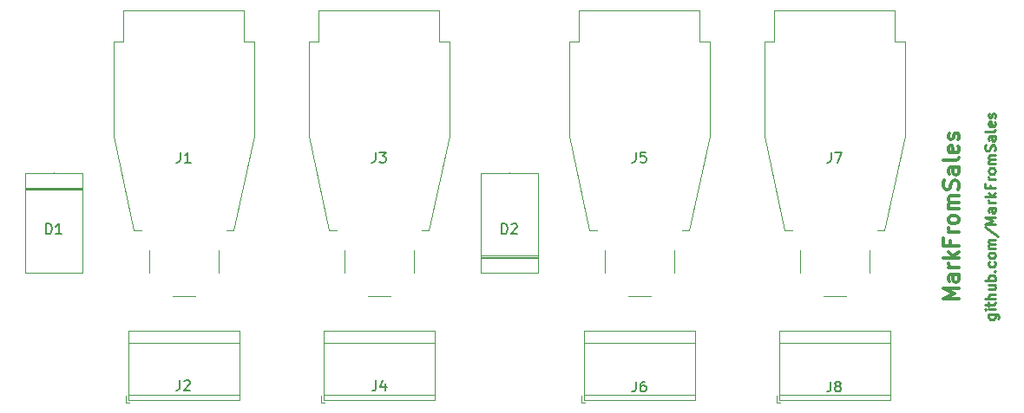
<source format=gbr>
G04 #@! TF.GenerationSoftware,KiCad,Pcbnew,(5.1.5)-3*
G04 #@! TF.CreationDate,2020-04-17T22:42:38-05:00*
G04 #@! TF.ProjectId,Breadboard-Power-Connectors,42726561-6462-46f6-9172-642d506f7765,rev?*
G04 #@! TF.SameCoordinates,Original*
G04 #@! TF.FileFunction,Legend,Top*
G04 #@! TF.FilePolarity,Positive*
%FSLAX46Y46*%
G04 Gerber Fmt 4.6, Leading zero omitted, Abs format (unit mm)*
G04 Created by KiCad (PCBNEW (5.1.5)-3) date 2020-04-17 22:42:38*
%MOMM*%
%LPD*%
G04 APERTURE LIST*
%ADD10C,0.250000*%
%ADD11C,0.300000*%
%ADD12C,0.120000*%
%ADD13C,0.150000*%
G04 APERTURE END LIST*
D10*
X192825714Y-87700238D02*
X193635238Y-87700238D01*
X193730476Y-87747857D01*
X193778095Y-87795476D01*
X193825714Y-87890714D01*
X193825714Y-88033571D01*
X193778095Y-88128809D01*
X193444761Y-87700238D02*
X193492380Y-87795476D01*
X193492380Y-87985952D01*
X193444761Y-88081190D01*
X193397142Y-88128809D01*
X193301904Y-88176428D01*
X193016190Y-88176428D01*
X192920952Y-88128809D01*
X192873333Y-88081190D01*
X192825714Y-87985952D01*
X192825714Y-87795476D01*
X192873333Y-87700238D01*
X193492380Y-87224047D02*
X192825714Y-87224047D01*
X192492380Y-87224047D02*
X192540000Y-87271666D01*
X192587619Y-87224047D01*
X192540000Y-87176428D01*
X192492380Y-87224047D01*
X192587619Y-87224047D01*
X192825714Y-86890714D02*
X192825714Y-86509761D01*
X192492380Y-86747857D02*
X193349523Y-86747857D01*
X193444761Y-86700238D01*
X193492380Y-86605000D01*
X193492380Y-86509761D01*
X193492380Y-86176428D02*
X192492380Y-86176428D01*
X193492380Y-85747857D02*
X192968571Y-85747857D01*
X192873333Y-85795476D01*
X192825714Y-85890714D01*
X192825714Y-86033571D01*
X192873333Y-86128809D01*
X192920952Y-86176428D01*
X192825714Y-84843095D02*
X193492380Y-84843095D01*
X192825714Y-85271666D02*
X193349523Y-85271666D01*
X193444761Y-85224047D01*
X193492380Y-85128809D01*
X193492380Y-84985952D01*
X193444761Y-84890714D01*
X193397142Y-84843095D01*
X193492380Y-84366904D02*
X192492380Y-84366904D01*
X192873333Y-84366904D02*
X192825714Y-84271666D01*
X192825714Y-84081190D01*
X192873333Y-83985952D01*
X192920952Y-83938333D01*
X193016190Y-83890714D01*
X193301904Y-83890714D01*
X193397142Y-83938333D01*
X193444761Y-83985952D01*
X193492380Y-84081190D01*
X193492380Y-84271666D01*
X193444761Y-84366904D01*
X193397142Y-83462142D02*
X193444761Y-83414523D01*
X193492380Y-83462142D01*
X193444761Y-83509761D01*
X193397142Y-83462142D01*
X193492380Y-83462142D01*
X193444761Y-82557380D02*
X193492380Y-82652619D01*
X193492380Y-82843095D01*
X193444761Y-82938333D01*
X193397142Y-82985952D01*
X193301904Y-83033571D01*
X193016190Y-83033571D01*
X192920952Y-82985952D01*
X192873333Y-82938333D01*
X192825714Y-82843095D01*
X192825714Y-82652619D01*
X192873333Y-82557380D01*
X193492380Y-81985952D02*
X193444761Y-82081190D01*
X193397142Y-82128809D01*
X193301904Y-82176428D01*
X193016190Y-82176428D01*
X192920952Y-82128809D01*
X192873333Y-82081190D01*
X192825714Y-81985952D01*
X192825714Y-81843095D01*
X192873333Y-81747857D01*
X192920952Y-81700238D01*
X193016190Y-81652619D01*
X193301904Y-81652619D01*
X193397142Y-81700238D01*
X193444761Y-81747857D01*
X193492380Y-81843095D01*
X193492380Y-81985952D01*
X193492380Y-81224047D02*
X192825714Y-81224047D01*
X192920952Y-81224047D02*
X192873333Y-81176428D01*
X192825714Y-81081190D01*
X192825714Y-80938333D01*
X192873333Y-80843095D01*
X192968571Y-80795476D01*
X193492380Y-80795476D01*
X192968571Y-80795476D02*
X192873333Y-80747857D01*
X192825714Y-80652619D01*
X192825714Y-80509761D01*
X192873333Y-80414523D01*
X192968571Y-80366904D01*
X193492380Y-80366904D01*
X192444761Y-79176428D02*
X193730476Y-80033571D01*
X193492380Y-78843095D02*
X192492380Y-78843095D01*
X193206666Y-78509761D01*
X192492380Y-78176428D01*
X193492380Y-78176428D01*
X193492380Y-77271666D02*
X192968571Y-77271666D01*
X192873333Y-77319285D01*
X192825714Y-77414523D01*
X192825714Y-77605000D01*
X192873333Y-77700238D01*
X193444761Y-77271666D02*
X193492380Y-77366904D01*
X193492380Y-77605000D01*
X193444761Y-77700238D01*
X193349523Y-77747857D01*
X193254285Y-77747857D01*
X193159047Y-77700238D01*
X193111428Y-77605000D01*
X193111428Y-77366904D01*
X193063809Y-77271666D01*
X193492380Y-76795476D02*
X192825714Y-76795476D01*
X193016190Y-76795476D02*
X192920952Y-76747857D01*
X192873333Y-76700238D01*
X192825714Y-76605000D01*
X192825714Y-76509761D01*
X193492380Y-76176428D02*
X192492380Y-76176428D01*
X193111428Y-76081190D02*
X193492380Y-75795476D01*
X192825714Y-75795476D02*
X193206666Y-76176428D01*
X192968571Y-75033571D02*
X192968571Y-75366904D01*
X193492380Y-75366904D02*
X192492380Y-75366904D01*
X192492380Y-74890714D01*
X193492380Y-74509761D02*
X192825714Y-74509761D01*
X193016190Y-74509761D02*
X192920952Y-74462142D01*
X192873333Y-74414523D01*
X192825714Y-74319285D01*
X192825714Y-74224047D01*
X193492380Y-73747857D02*
X193444761Y-73843095D01*
X193397142Y-73890714D01*
X193301904Y-73938333D01*
X193016190Y-73938333D01*
X192920952Y-73890714D01*
X192873333Y-73843095D01*
X192825714Y-73747857D01*
X192825714Y-73605000D01*
X192873333Y-73509761D01*
X192920952Y-73462142D01*
X193016190Y-73414523D01*
X193301904Y-73414523D01*
X193397142Y-73462142D01*
X193444761Y-73509761D01*
X193492380Y-73605000D01*
X193492380Y-73747857D01*
X193492380Y-72985952D02*
X192825714Y-72985952D01*
X192920952Y-72985952D02*
X192873333Y-72938333D01*
X192825714Y-72843095D01*
X192825714Y-72700238D01*
X192873333Y-72605000D01*
X192968571Y-72557380D01*
X193492380Y-72557380D01*
X192968571Y-72557380D02*
X192873333Y-72509761D01*
X192825714Y-72414523D01*
X192825714Y-72271666D01*
X192873333Y-72176428D01*
X192968571Y-72128809D01*
X193492380Y-72128809D01*
X193444761Y-71700238D02*
X193492380Y-71557380D01*
X193492380Y-71319285D01*
X193444761Y-71224047D01*
X193397142Y-71176428D01*
X193301904Y-71128809D01*
X193206666Y-71128809D01*
X193111428Y-71176428D01*
X193063809Y-71224047D01*
X193016190Y-71319285D01*
X192968571Y-71509761D01*
X192920952Y-71605000D01*
X192873333Y-71652619D01*
X192778095Y-71700238D01*
X192682857Y-71700238D01*
X192587619Y-71652619D01*
X192540000Y-71605000D01*
X192492380Y-71509761D01*
X192492380Y-71271666D01*
X192540000Y-71128809D01*
X193492380Y-70271666D02*
X192968571Y-70271666D01*
X192873333Y-70319285D01*
X192825714Y-70414523D01*
X192825714Y-70605000D01*
X192873333Y-70700238D01*
X193444761Y-70271666D02*
X193492380Y-70366904D01*
X193492380Y-70605000D01*
X193444761Y-70700238D01*
X193349523Y-70747857D01*
X193254285Y-70747857D01*
X193159047Y-70700238D01*
X193111428Y-70605000D01*
X193111428Y-70366904D01*
X193063809Y-70271666D01*
X193492380Y-69652619D02*
X193444761Y-69747857D01*
X193349523Y-69795476D01*
X192492380Y-69795476D01*
X193444761Y-68890714D02*
X193492380Y-68985952D01*
X193492380Y-69176428D01*
X193444761Y-69271666D01*
X193349523Y-69319285D01*
X192968571Y-69319285D01*
X192873333Y-69271666D01*
X192825714Y-69176428D01*
X192825714Y-68985952D01*
X192873333Y-68890714D01*
X192968571Y-68843095D01*
X193063809Y-68843095D01*
X193159047Y-69319285D01*
X193444761Y-68462142D02*
X193492380Y-68366904D01*
X193492380Y-68176428D01*
X193444761Y-68081190D01*
X193349523Y-68033571D01*
X193301904Y-68033571D01*
X193206666Y-68081190D01*
X193159047Y-68176428D01*
X193159047Y-68319285D01*
X193111428Y-68414523D01*
X193016190Y-68462142D01*
X192968571Y-68462142D01*
X192873333Y-68414523D01*
X192825714Y-68319285D01*
X192825714Y-68176428D01*
X192873333Y-68081190D01*
D11*
X189908571Y-86176428D02*
X188408571Y-86176428D01*
X189480000Y-85676428D01*
X188408571Y-85176428D01*
X189908571Y-85176428D01*
X189908571Y-83819285D02*
X189122857Y-83819285D01*
X188980000Y-83890714D01*
X188908571Y-84033571D01*
X188908571Y-84319285D01*
X188980000Y-84462142D01*
X189837142Y-83819285D02*
X189908571Y-83962142D01*
X189908571Y-84319285D01*
X189837142Y-84462142D01*
X189694285Y-84533571D01*
X189551428Y-84533571D01*
X189408571Y-84462142D01*
X189337142Y-84319285D01*
X189337142Y-83962142D01*
X189265714Y-83819285D01*
X189908571Y-83105000D02*
X188908571Y-83105000D01*
X189194285Y-83105000D02*
X189051428Y-83033571D01*
X188980000Y-82962142D01*
X188908571Y-82819285D01*
X188908571Y-82676428D01*
X189908571Y-82176428D02*
X188408571Y-82176428D01*
X189337142Y-82033571D02*
X189908571Y-81605000D01*
X188908571Y-81605000D02*
X189480000Y-82176428D01*
X189122857Y-80462142D02*
X189122857Y-80962142D01*
X189908571Y-80962142D02*
X188408571Y-80962142D01*
X188408571Y-80247857D01*
X189908571Y-79676428D02*
X188908571Y-79676428D01*
X189194285Y-79676428D02*
X189051428Y-79605000D01*
X188980000Y-79533571D01*
X188908571Y-79390714D01*
X188908571Y-79247857D01*
X189908571Y-78533571D02*
X189837142Y-78676428D01*
X189765714Y-78747857D01*
X189622857Y-78819285D01*
X189194285Y-78819285D01*
X189051428Y-78747857D01*
X188980000Y-78676428D01*
X188908571Y-78533571D01*
X188908571Y-78319285D01*
X188980000Y-78176428D01*
X189051428Y-78105000D01*
X189194285Y-78033571D01*
X189622857Y-78033571D01*
X189765714Y-78105000D01*
X189837142Y-78176428D01*
X189908571Y-78319285D01*
X189908571Y-78533571D01*
X189908571Y-77390714D02*
X188908571Y-77390714D01*
X189051428Y-77390714D02*
X188980000Y-77319285D01*
X188908571Y-77176428D01*
X188908571Y-76962142D01*
X188980000Y-76819285D01*
X189122857Y-76747857D01*
X189908571Y-76747857D01*
X189122857Y-76747857D02*
X188980000Y-76676428D01*
X188908571Y-76533571D01*
X188908571Y-76319285D01*
X188980000Y-76176428D01*
X189122857Y-76105000D01*
X189908571Y-76105000D01*
X189837142Y-75462142D02*
X189908571Y-75247857D01*
X189908571Y-74890714D01*
X189837142Y-74747857D01*
X189765714Y-74676428D01*
X189622857Y-74605000D01*
X189480000Y-74605000D01*
X189337142Y-74676428D01*
X189265714Y-74747857D01*
X189194285Y-74890714D01*
X189122857Y-75176428D01*
X189051428Y-75319285D01*
X188980000Y-75390714D01*
X188837142Y-75462142D01*
X188694285Y-75462142D01*
X188551428Y-75390714D01*
X188480000Y-75319285D01*
X188408571Y-75176428D01*
X188408571Y-74819285D01*
X188480000Y-74605000D01*
X189908571Y-73319285D02*
X189122857Y-73319285D01*
X188980000Y-73390714D01*
X188908571Y-73533571D01*
X188908571Y-73819285D01*
X188980000Y-73962142D01*
X189837142Y-73319285D02*
X189908571Y-73462142D01*
X189908571Y-73819285D01*
X189837142Y-73962142D01*
X189694285Y-74033571D01*
X189551428Y-74033571D01*
X189408571Y-73962142D01*
X189337142Y-73819285D01*
X189337142Y-73462142D01*
X189265714Y-73319285D01*
X189908571Y-72390714D02*
X189837142Y-72533571D01*
X189694285Y-72605000D01*
X188408571Y-72605000D01*
X189837142Y-71247857D02*
X189908571Y-71390714D01*
X189908571Y-71676428D01*
X189837142Y-71819285D01*
X189694285Y-71890714D01*
X189122857Y-71890714D01*
X188980000Y-71819285D01*
X188908571Y-71676428D01*
X188908571Y-71390714D01*
X188980000Y-71247857D01*
X189122857Y-71176428D01*
X189265714Y-71176428D01*
X189408571Y-71890714D01*
X189837142Y-70605000D02*
X189908571Y-70462142D01*
X189908571Y-70176428D01*
X189837142Y-70033571D01*
X189694285Y-69962142D01*
X189622857Y-69962142D01*
X189480000Y-70033571D01*
X189408571Y-70176428D01*
X189408571Y-70390714D01*
X189337142Y-70533571D01*
X189194285Y-70605000D01*
X189122857Y-70605000D01*
X188980000Y-70533571D01*
X188908571Y-70390714D01*
X188908571Y-70176428D01*
X188980000Y-70033571D01*
D12*
X104385000Y-73860000D02*
X98815000Y-73860000D01*
X98815000Y-73860000D02*
X98815000Y-83620000D01*
X98815000Y-83620000D02*
X104385000Y-83620000D01*
X104385000Y-83620000D02*
X104385000Y-73860000D01*
X101600000Y-73830000D02*
X101600000Y-73860000D01*
X101600000Y-83650000D02*
X101600000Y-83620000D01*
X104385000Y-75408000D02*
X98815000Y-75408000D01*
X104385000Y-75528000D02*
X98815000Y-75528000D01*
X104385000Y-75288000D02*
X98815000Y-75288000D01*
X143265000Y-82192000D02*
X148835000Y-82192000D01*
X143265000Y-81952000D02*
X148835000Y-81952000D01*
X143265000Y-82072000D02*
X148835000Y-82072000D01*
X146050000Y-73830000D02*
X146050000Y-73860000D01*
X146050000Y-83650000D02*
X146050000Y-83620000D01*
X143265000Y-73860000D02*
X143265000Y-83620000D01*
X148835000Y-73860000D02*
X143265000Y-73860000D01*
X148835000Y-83620000D02*
X148835000Y-73860000D01*
X143265000Y-83620000D02*
X148835000Y-83620000D01*
X110920000Y-83663000D02*
X110920000Y-81427000D01*
X110137000Y-79449000D02*
X109430000Y-79449000D01*
X109430000Y-79449000D02*
X107430000Y-70220000D01*
X107430000Y-70220000D02*
X107430000Y-60990000D01*
X107430000Y-60990000D02*
X108430000Y-60990000D01*
X108430000Y-60990000D02*
X108430000Y-57990000D01*
X108430000Y-57990000D02*
X120170000Y-57990000D01*
X120170000Y-57990000D02*
X120170000Y-60990000D01*
X120170000Y-60990000D02*
X121170000Y-60990000D01*
X121170000Y-60990000D02*
X121170000Y-70220000D01*
X121170000Y-70220000D02*
X119170000Y-79449000D01*
X119170000Y-79449000D02*
X118463000Y-79449000D01*
X117680000Y-81427000D02*
X117680000Y-83662000D01*
X115415000Y-85930000D02*
X113184000Y-85930000D01*
X108870000Y-95560000D02*
X119731000Y-95560000D01*
X108870000Y-90460000D02*
X119731000Y-90460000D01*
X108870000Y-89340000D02*
X119731000Y-89340000D01*
X108870000Y-96080000D02*
X119731000Y-96080000D01*
X108870000Y-89340000D02*
X108870000Y-96080000D01*
X119731000Y-89340000D02*
X119731000Y-96080000D01*
X108630000Y-95680000D02*
X108630000Y-96320000D01*
X108630000Y-96320000D02*
X109030000Y-96320000D01*
X134465000Y-85930000D02*
X132234000Y-85930000D01*
X136730000Y-81427000D02*
X136730000Y-83662000D01*
X138220000Y-79449000D02*
X137513000Y-79449000D01*
X140220000Y-70220000D02*
X138220000Y-79449000D01*
X140220000Y-60990000D02*
X140220000Y-70220000D01*
X139220000Y-60990000D02*
X140220000Y-60990000D01*
X139220000Y-57990000D02*
X139220000Y-60990000D01*
X127480000Y-57990000D02*
X139220000Y-57990000D01*
X127480000Y-60990000D02*
X127480000Y-57990000D01*
X126480000Y-60990000D02*
X127480000Y-60990000D01*
X126480000Y-70220000D02*
X126480000Y-60990000D01*
X128480000Y-79449000D02*
X126480000Y-70220000D01*
X129187000Y-79449000D02*
X128480000Y-79449000D01*
X129970000Y-83663000D02*
X129970000Y-81427000D01*
X127680000Y-96320000D02*
X128080000Y-96320000D01*
X127680000Y-95680000D02*
X127680000Y-96320000D01*
X138781000Y-89340000D02*
X138781000Y-96080000D01*
X127920000Y-89340000D02*
X127920000Y-96080000D01*
X127920000Y-96080000D02*
X138781000Y-96080000D01*
X127920000Y-89340000D02*
X138781000Y-89340000D01*
X127920000Y-90460000D02*
X138781000Y-90460000D01*
X127920000Y-95560000D02*
X138781000Y-95560000D01*
X155370000Y-83663000D02*
X155370000Y-81427000D01*
X154587000Y-79449000D02*
X153880000Y-79449000D01*
X153880000Y-79449000D02*
X151880000Y-70220000D01*
X151880000Y-70220000D02*
X151880000Y-60990000D01*
X151880000Y-60990000D02*
X152880000Y-60990000D01*
X152880000Y-60990000D02*
X152880000Y-57990000D01*
X152880000Y-57990000D02*
X164620000Y-57990000D01*
X164620000Y-57990000D02*
X164620000Y-60990000D01*
X164620000Y-60990000D02*
X165620000Y-60990000D01*
X165620000Y-60990000D02*
X165620000Y-70220000D01*
X165620000Y-70220000D02*
X163620000Y-79449000D01*
X163620000Y-79449000D02*
X162913000Y-79449000D01*
X162130000Y-81427000D02*
X162130000Y-83662000D01*
X159865000Y-85930000D02*
X157634000Y-85930000D01*
X153320000Y-95560000D02*
X164181000Y-95560000D01*
X153320000Y-90460000D02*
X164181000Y-90460000D01*
X153320000Y-89340000D02*
X164181000Y-89340000D01*
X153320000Y-96080000D02*
X164181000Y-96080000D01*
X153320000Y-89340000D02*
X153320000Y-96080000D01*
X164181000Y-89340000D02*
X164181000Y-96080000D01*
X153080000Y-95680000D02*
X153080000Y-96320000D01*
X153080000Y-96320000D02*
X153480000Y-96320000D01*
X178915000Y-85930000D02*
X176684000Y-85930000D01*
X181180000Y-81427000D02*
X181180000Y-83662000D01*
X182670000Y-79449000D02*
X181963000Y-79449000D01*
X184670000Y-70220000D02*
X182670000Y-79449000D01*
X184670000Y-60990000D02*
X184670000Y-70220000D01*
X183670000Y-60990000D02*
X184670000Y-60990000D01*
X183670000Y-57990000D02*
X183670000Y-60990000D01*
X171930000Y-57990000D02*
X183670000Y-57990000D01*
X171930000Y-60990000D02*
X171930000Y-57990000D01*
X170930000Y-60990000D02*
X171930000Y-60990000D01*
X170930000Y-70220000D02*
X170930000Y-60990000D01*
X172930000Y-79449000D02*
X170930000Y-70220000D01*
X173637000Y-79449000D02*
X172930000Y-79449000D01*
X174420000Y-83663000D02*
X174420000Y-81427000D01*
X172370000Y-95560000D02*
X183231000Y-95560000D01*
X172370000Y-90460000D02*
X183231000Y-90460000D01*
X172370000Y-89340000D02*
X183231000Y-89340000D01*
X172370000Y-96080000D02*
X183231000Y-96080000D01*
X172370000Y-89340000D02*
X172370000Y-96080000D01*
X183231000Y-89340000D02*
X183231000Y-96080000D01*
X172130000Y-95680000D02*
X172130000Y-96320000D01*
X172130000Y-96320000D02*
X172530000Y-96320000D01*
D13*
X100861904Y-79827380D02*
X100861904Y-78827380D01*
X101100000Y-78827380D01*
X101242857Y-78875000D01*
X101338095Y-78970238D01*
X101385714Y-79065476D01*
X101433333Y-79255952D01*
X101433333Y-79398809D01*
X101385714Y-79589285D01*
X101338095Y-79684523D01*
X101242857Y-79779761D01*
X101100000Y-79827380D01*
X100861904Y-79827380D01*
X102385714Y-79827380D02*
X101814285Y-79827380D01*
X102100000Y-79827380D02*
X102100000Y-78827380D01*
X102004761Y-78970238D01*
X101909523Y-79065476D01*
X101814285Y-79113095D01*
X145311904Y-79827380D02*
X145311904Y-78827380D01*
X145550000Y-78827380D01*
X145692857Y-78875000D01*
X145788095Y-78970238D01*
X145835714Y-79065476D01*
X145883333Y-79255952D01*
X145883333Y-79398809D01*
X145835714Y-79589285D01*
X145788095Y-79684523D01*
X145692857Y-79779761D01*
X145550000Y-79827380D01*
X145311904Y-79827380D01*
X146264285Y-78922619D02*
X146311904Y-78875000D01*
X146407142Y-78827380D01*
X146645238Y-78827380D01*
X146740476Y-78875000D01*
X146788095Y-78922619D01*
X146835714Y-79017857D01*
X146835714Y-79113095D01*
X146788095Y-79255952D01*
X146216666Y-79827380D01*
X146835714Y-79827380D01*
X113966666Y-71842380D02*
X113966666Y-72556666D01*
X113919047Y-72699523D01*
X113823809Y-72794761D01*
X113680952Y-72842380D01*
X113585714Y-72842380D01*
X114966666Y-72842380D02*
X114395238Y-72842380D01*
X114680952Y-72842380D02*
X114680952Y-71842380D01*
X114585714Y-71985238D01*
X114490476Y-72080476D01*
X114395238Y-72128095D01*
X113906666Y-94142380D02*
X113906666Y-94856666D01*
X113859047Y-94999523D01*
X113763809Y-95094761D01*
X113620952Y-95142380D01*
X113525714Y-95142380D01*
X114335238Y-94237619D02*
X114382857Y-94190000D01*
X114478095Y-94142380D01*
X114716190Y-94142380D01*
X114811428Y-94190000D01*
X114859047Y-94237619D01*
X114906666Y-94332857D01*
X114906666Y-94428095D01*
X114859047Y-94570952D01*
X114287619Y-95142380D01*
X114906666Y-95142380D01*
X133016666Y-71842380D02*
X133016666Y-72556666D01*
X132969047Y-72699523D01*
X132873809Y-72794761D01*
X132730952Y-72842380D01*
X132635714Y-72842380D01*
X133397619Y-71842380D02*
X134016666Y-71842380D01*
X133683333Y-72223333D01*
X133826190Y-72223333D01*
X133921428Y-72270952D01*
X133969047Y-72318571D01*
X134016666Y-72413809D01*
X134016666Y-72651904D01*
X133969047Y-72747142D01*
X133921428Y-72794761D01*
X133826190Y-72842380D01*
X133540476Y-72842380D01*
X133445238Y-72794761D01*
X133397619Y-72747142D01*
X133056666Y-94152380D02*
X133056666Y-94866666D01*
X133009047Y-95009523D01*
X132913809Y-95104761D01*
X132770952Y-95152380D01*
X132675714Y-95152380D01*
X133961428Y-94485714D02*
X133961428Y-95152380D01*
X133723333Y-94104761D02*
X133485238Y-94819047D01*
X134104285Y-94819047D01*
X158416666Y-71842380D02*
X158416666Y-72556666D01*
X158369047Y-72699523D01*
X158273809Y-72794761D01*
X158130952Y-72842380D01*
X158035714Y-72842380D01*
X159369047Y-71842380D02*
X158892857Y-71842380D01*
X158845238Y-72318571D01*
X158892857Y-72270952D01*
X158988095Y-72223333D01*
X159226190Y-72223333D01*
X159321428Y-72270952D01*
X159369047Y-72318571D01*
X159416666Y-72413809D01*
X159416666Y-72651904D01*
X159369047Y-72747142D01*
X159321428Y-72794761D01*
X159226190Y-72842380D01*
X158988095Y-72842380D01*
X158892857Y-72794761D01*
X158845238Y-72747142D01*
X158416666Y-94252380D02*
X158416666Y-94966666D01*
X158369047Y-95109523D01*
X158273809Y-95204761D01*
X158130952Y-95252380D01*
X158035714Y-95252380D01*
X159321428Y-94252380D02*
X159130952Y-94252380D01*
X159035714Y-94300000D01*
X158988095Y-94347619D01*
X158892857Y-94490476D01*
X158845238Y-94680952D01*
X158845238Y-95061904D01*
X158892857Y-95157142D01*
X158940476Y-95204761D01*
X159035714Y-95252380D01*
X159226190Y-95252380D01*
X159321428Y-95204761D01*
X159369047Y-95157142D01*
X159416666Y-95061904D01*
X159416666Y-94823809D01*
X159369047Y-94728571D01*
X159321428Y-94680952D01*
X159226190Y-94633333D01*
X159035714Y-94633333D01*
X158940476Y-94680952D01*
X158892857Y-94728571D01*
X158845238Y-94823809D01*
X177466666Y-71842380D02*
X177466666Y-72556666D01*
X177419047Y-72699523D01*
X177323809Y-72794761D01*
X177180952Y-72842380D01*
X177085714Y-72842380D01*
X177847619Y-71842380D02*
X178514285Y-71842380D01*
X178085714Y-72842380D01*
X177406666Y-94252380D02*
X177406666Y-94966666D01*
X177359047Y-95109523D01*
X177263809Y-95204761D01*
X177120952Y-95252380D01*
X177025714Y-95252380D01*
X178025714Y-94680952D02*
X177930476Y-94633333D01*
X177882857Y-94585714D01*
X177835238Y-94490476D01*
X177835238Y-94442857D01*
X177882857Y-94347619D01*
X177930476Y-94300000D01*
X178025714Y-94252380D01*
X178216190Y-94252380D01*
X178311428Y-94300000D01*
X178359047Y-94347619D01*
X178406666Y-94442857D01*
X178406666Y-94490476D01*
X178359047Y-94585714D01*
X178311428Y-94633333D01*
X178216190Y-94680952D01*
X178025714Y-94680952D01*
X177930476Y-94728571D01*
X177882857Y-94776190D01*
X177835238Y-94871428D01*
X177835238Y-95061904D01*
X177882857Y-95157142D01*
X177930476Y-95204761D01*
X178025714Y-95252380D01*
X178216190Y-95252380D01*
X178311428Y-95204761D01*
X178359047Y-95157142D01*
X178406666Y-95061904D01*
X178406666Y-94871428D01*
X178359047Y-94776190D01*
X178311428Y-94728571D01*
X178216190Y-94680952D01*
M02*

</source>
